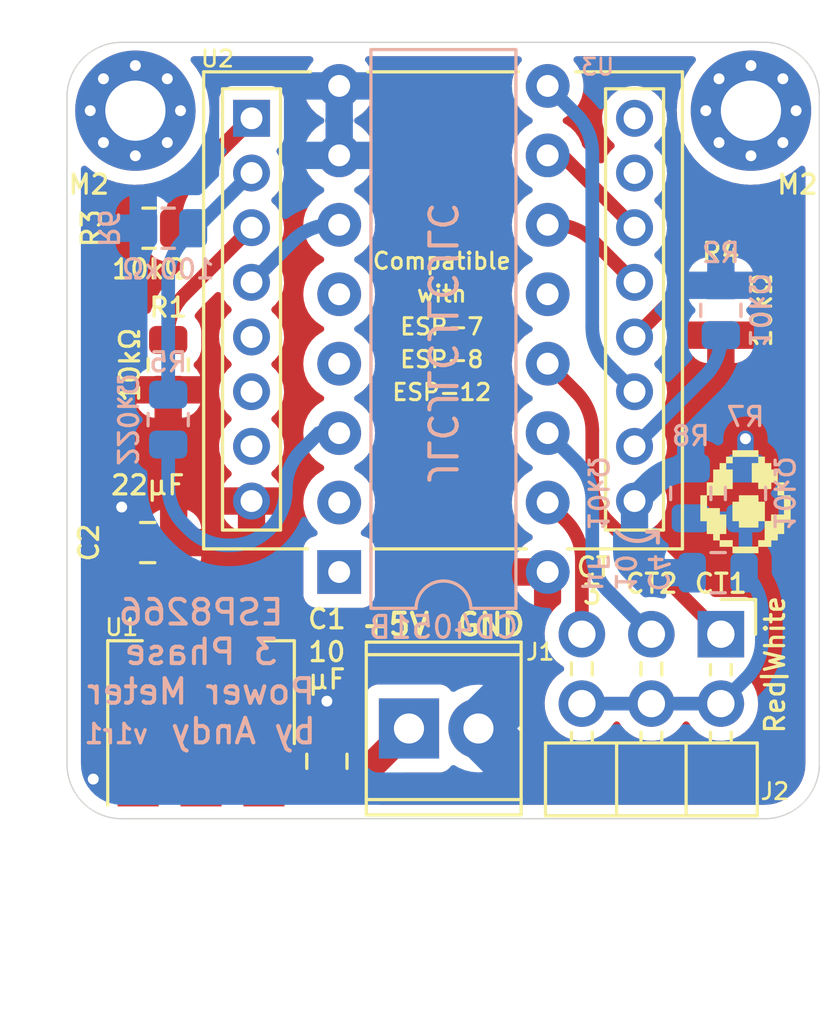
<source format=kicad_pcb>
(kicad_pcb (version 20211014) (generator pcbnew)
  (layers (0 "F.Cu" signal) (31 "B.Cu" signal) (34 "B.Paste" user) (35 "F.Paste" user) (36 "B.SilkS" user "B.Silkscreen") (37 "F.SilkS" user "F.Silkscreen") (38 "B.Mask" user) (39 "F.Mask" user) (44 "Edge.Cuts" user))
  (net 0 "")
  (net 1 "GND")
  (net 2 "/+5V")
  (net 3 "+3V3")
  (net 4 "/ADCRAW")
  (net 5 "A0")
  (net 6 "PM1")
  (net 7 "PM2")
  (net 8 "PM3")
  (net 9 "Net-(R1-Pad2)")
  (net 10 "Net-(R2-Pad1)")
  (net 11 "Net-(R3-Pad2)")
  (net 12 "Net-(R4-Pad2)")
  (net 16 "GPIO4")
  (net 17 "GPIO5")
  (net 23 "GPIO16")
  (net 25 "Net-(J2-Pad4)")
  (net 27 "GPIO2")
  (footprint "Capacitor_SMD:C_0805_2012Metric" (layer "F.Cu") (at 139.25 86.3 180)
    (fp_text reference "C2" (at 2.15 0 270) (layer "F.SilkS") (effects (font (size 0.7 0.7) (thickness 0.12))))
    (fp_text value "22µF" (at 0 2.1 180) (layer "F.SilkS") (effects (font (size 0.7 0.7) (thickness 0.12))))
    (fp_line (start -0.261252 -0.735) (end 0.261252 -0.735) (layer "F.SilkS") (width 0.12))
    (fp_line (start -0.261252 0.735) (end 0.261252 0.735) (layer "F.SilkS") (width 0.12))
    (pad "1" smd roundrect (at -0.95 0 180) (size 1 1.45) (layers "F.Cu" "F.Paste" "F.Mask") (net 3 "+3V3"))
    (pad "2" smd roundrect (at 0.95 0 180) (size 1 1.45) (layers "F.Cu" "F.Paste" "F.Mask") (net 1 "GND"))
  )
  (footprint "Resistor_SMD:R_0805_2012Metric" (layer "F.Cu") (at 139.3 74.8)
    (fp_text reference "R3" (at -2.1 0 90) (layer "F.SilkS") (effects (font (size 0.7 0.7) (thickness 0.12))))
    (fp_text value "10kΩ" (at 0 1.5) (layer "F.SilkS") (effects (font (size 0.7 0.7) (thickness 0.12))))
    (fp_line (start -0.227064 -0.735) (end 0.227064 -0.735) (layer "F.SilkS") (width 0.12))
    (fp_line (start -0.227064 0.735) (end 0.227064 0.735) (layer "F.SilkS") (width 0.12))
    (pad "1" smd roundrect (at -0.9125 0) (size 1.025 1.4) (layers "F.Cu" "F.Paste" "F.Mask") (roundrect_rratio 0.243902439) (net 3 "+3V3"))
    (pad "2" smd roundrect (at 0.9125 0) (size 1.025 1.4) (layers "F.Cu" "F.Paste" "F.Mask") (roundrect_rratio 0.243902439) (net 11 "Net-(R3-Pad2)"))
  )
  (footprint "Resistor_SMD:R_0805_2012Metric" (layer "F.Cu") (at 160.2 77.8 90)
    (fp_text reference "R4" (at 2.1 0 180) (layer "F.SilkS") (effects (font (size 0.7 0.7) (thickness 0.12))))
    (fp_text value "10kΩ" (at 0 1.5 90) (layer "F.SilkS") (effects (font (size 0.7 0.7) (thickness 0.12))))
    (fp_line (start -0.227064 -0.735) (end 0.227064 -0.735) (layer "F.SilkS") (width 0.12))
    (fp_line (start -0.227064 0.735) (end 0.227064 0.735) (layer "F.SilkS") (width 0.12))
    (pad "1" smd roundrect (at -0.9125 0 90) (size 1.025 1.4) (layers "F.Cu" "F.Paste" "F.Mask") (roundrect_rratio 0.243902439) (net 3 "+3V3"))
    (pad "2" smd roundrect (at 0.9125 0 90) (size 1.025 1.4) (layers "F.Cu" "F.Paste" "F.Mask") (roundrect_rratio 0.243902439) (net 12 "Net-(R4-Pad2)"))
  )
  (footprint "Resistor_SMD:R_0805_2012Metric" (layer "F.Cu") (at 140 79.8 90)
    (fp_text reference "R1" (at 2.1 0 180) (layer "F.SilkS") (effects (font (size 0.7 0.7) (thickness 0.12))))
    (fp_text value "10kΩ" (at 0 -1.4 90) (layer "F.SilkS") (effects (font (size 0.7 0.7) (thickness 0.12))))
    (fp_line (start -0.227064 0.735) (end 0.227064 0.735) (layer "F.SilkS") (width 0.12))
    (fp_line (start -0.227064 -0.735) (end 0.227064 -0.735) (layer "F.SilkS") (width 0.12))
    (pad "1" smd roundrect (at -0.9125 0 90) (size 1.025 1.4) (layers "F.Cu" "F.Paste" "F.Mask") (roundrect_rratio 0.243902439) (net 3 "+3V3"))
    (pad "2" smd roundrect (at 0.9125 0 90) (size 1.025 1.4) (layers "F.Cu" "F.Paste" "F.Mask") (roundrect_rratio 0.243902439) (net 9 "Net-(R1-Pad2)"))
  )
  (footprint "Package_TO_SOT_SMD:SOT-223-3_TabPin2" (layer "F.Cu") (at 141.2 91.8 90)
    (fp_text reference "U1" (at 2.4 -2.9 180) (layer "F.SilkS") (effects (font (size 0.6 0.6) (thickness 0.1))))
    (fp_text value "AMS1117-3.3")
    (fp_line (start -1.85 3.41) (end 1.91 3.41) (layer "F.SilkS") (width 0.12))
    (fp_line (start 1.91 3.41) (end 1.91 2.15) (layer "F.SilkS") (width 0.12))
    (fp_line (start 1.91 -3.41) (end 1.91 -2.15) (layer "F.SilkS") (width 0.12))
    (fp_line (start -4.1 -3.41) (end 1.91 -3.41) (layer "F.SilkS") (width 0.12))
    (pad "1" smd rect locked (at -3.15 -2.3 90) (size 2 1.5) (layers "F.Cu" "F.Paste" "F.Mask") (net 1 "GND"))
    (pad "2" smd rect locked (at 3.15 0 90) (size 2 3.8) (layers "F.Cu" "F.Paste" "F.Mask") (net 3 "+3V3") (thermal_gap 0.4))
    (pad "2" smd rect locked (at -3.15 0 90) (size 2 1.5) (layers "F.Cu" "F.Paste" "F.Mask") (net 3 "+3V3") (thermal_gap 0.4))
    (pad "3" smd rect locked (at -3.15 2.3 90) (size 2 1.5) (layers "F.Cu" "F.Paste" "F.Mask") (net 2 "/+5V") (thermal_gap 0.5))
  )
  (footprint "Andys-Footprints:TerminalBlock_Phoenix_MPT-0,5-2-2.54_1x02_P2.54mm_Horizontal-removed-extra-holes" (layer "F.Cu") (at 148.8 93.1)
    (fp_text reference "J1" (at 4.8 -2.8) (layer "F.SilkS") (effects (font (size 0.6 0.6) (thickness 0.1))))
    (fp_text value "Screw_Terminal_01x02")
    (fp_line (start -1.56 -2.7) (end 4.1 -2.7) (layer "F.SilkS") (width 0.12))
    (fp_line (start -1.56 2.6) (end 4.1 2.6) (layer "F.SilkS") (width 0.12))
    (fp_line (start -1.56 -3.16) (end 4.1 -3.16) (layer "F.SilkS") (width 0.12))
    (fp_line (start -1.56 -3.16) (end -1.56 3.16) (layer "F.SilkS") (width 0.12))
    (fp_line (start 4.1 -3.16) (end 4.1 3.16) (layer "F.SilkS") (width 0.12))
    (fp_line (start -1.56 3.16) (end 4.1 3.16) (layer "F.SilkS") (width 0.12))
    (pad "1" thru_hole rect locked (at 0 0) (size 2.2 2.2) (drill 1.1) (layers *.Cu *.Mask) (net 2 "/+5V") (thermal_gap 0.5))
    (pad "2" thru_hole circle locked (at 2.54 0) (size 2.2 2.2) (drill 1.1) (layers *.Cu *.Mask) (net 1 "GND") (thermal_gap 0.5))
  )
  (footprint "Capacitor_SMD:C_0805_2012Metric" (layer "F.Cu") (at 145.8 94.3 90)
    (fp_text reference "C1" (at 5.2 0 180) (layer "F.SilkS") (effects (font (size 0.7 0.7) (thickness 0.12))))
    (fp_text value "10" (at 4 0 180) (layer "F.SilkS") (effects (font (size 0.7 0.7) (thickness 0.12))))
    (fp_text user "µF" (at 3 0 unlocked) (layer "F.SilkS") (effects (font (size 0.7 0.7) (thickness 0.12))))
    (fp_line (start -0.261252 -0.735) (end 0.261252 -0.735) (layer "F.SilkS") (width 0.12))
    (fp_line (start -0.261252 0.735) (end 0.261252 0.735) (layer "F.SilkS") (width 0.12))
    (pad "1" smd roundrect (at -0.95 0 90) (size 1 1.45) (layers "F.Cu" "F.Paste" "F.Mask") (net 2 "/+5V"))
    (pad "2" smd roundrect (at 0.95 0 90) (size 1 1.45) (layers "F.Cu" "F.Paste" "F.Mask") (net 1 "GND"))
  )
  (footprint "Andys-Footprints:ESP-12-Socket-Cutout" (layer "F.Cu") (at 141.295 86.53)
    (fp_text reference "U2" (at 0.505 -17.93) (layer "F.SilkS") (effects (font (size 0.6 0.6) (thickness 0.1))))
    (fp_text value "ESP-07")
    (fp_line (start 11.5 -17.45) (end 6 -17.45) (layer "F.SilkS") (width 0.12))
    (fp_line (start 14.69 -16.8295) (end 14.69 -0.69) (layer "F.SilkS") (width 0.12))
    (fp_line (start 2.81 -16.8295) (end 2.81 -0.69) (layer "F.SilkS") (width 0.12))
    (fp_line (start 3.9 -17.45) (end 0 -17.45) (layer "F.SilkS") (width 0.12))
    (fp_line (start 14.69 -0.69) (end 16.81 -0.69) (layer "F.SilkS") (width 0.12))
    (fp_line (start 14.69 -16.8295) (end 16.81 -16.8295) (layer "F.SilkS") (width 0.12))
    (fp_line (start 17.5 0) (end 17.5 -17.45) (layer "F.SilkS") (width 0.12))
    (fp_line (start 0.69 -0.69) (end 2.81 -0.69) (layer "F.SilkS") (width 0.12))
    (fp_line (start 17.5 0) (end 13.3 0) (layer "F.SilkS") (width 0.12))
    (fp_line (start 17.5 -17.45) (end 13.6 -17.45) (layer "F.SilkS") (width 0.12))
    (fp_line (start 3.8 0) (end 0 0) (layer "F.SilkS") (width 0.12))
    (fp_line (start 0 0) (end 0 -17.45) (layer "F.SilkS") (width 0.12))
    (fp_line (start 11.8 0) (end 6.1 0) (layer "F.SilkS") (width 0.12))
    (fp_line (start 16.81 -16.8295) (end 16.81 -0.69) (layer "F.SilkS") (width 0.12))
    (fp_line (start 0.69 -16.8295) (end 2.81 -16.8295) (layer "F.SilkS") (width 0.12))
    (fp_line (start 0.69 -16.8295) (end 0.69 -0.69) (layer "F.SilkS") (width 0.12))
    (pad "1" thru_hole rect (at 1.75 -15.75) (size 1.35 1.35) (drill 0.8) (layers *.Cu *.Mask) (net 11 "Net-(R3-Pad2)"))
    (pad "2" thru_hole oval (at 1.75 -13.75) (size 1.35 1.35) (drill 0.8) (layers *.Cu *.Mask) (net 5 "A0"))
    (pad "3" thru_hole oval (at 1.75 -11.75) (size 1.35 1.35) (drill 0.8) (layers *.Cu *.Mask) (net 9 "Net-(R1-Pad2)"))
    (pad "4" thru_hole oval (at 1.75 -9.75) (size 1.35 1.35) (drill 0.8) (layers *.Cu *.Mask) (net 23 "GPIO16"))
    (pad "5" thru_hole oval (at 1.75 -7.75) (size 1.35 1.35) (drill 0.8) (layers *.Cu *.Mask))
    (pad "6" thru_hole oval (at 1.75 -5.75) (size 1.35 1.35) (drill 0.8) (layers *.Cu *.Mask))
    (pad "7" thru_hole oval (at 1.75 -3.75) (size 1.35 1.35) (drill 0.8) (layers *.Cu *.Mask))
    (pad "8" thru_hole oval (at 1.75 -1.75) (size 1.35 1.35) (drill 0.8) (layers *.Cu *.Mask) (net 3 "+3V3"))
    (pad "15" thru_hole oval (at 15.75 -1.75) (size 1.35 1.35) (drill 0.8) (layers *.Cu *.Mask) (net 1 "GND"))
    (pad "16" thru_hole oval (at 15.75 -3.75) (size 1.35 1.35) (drill 0.8) (layers *.Cu *.Mask) (net 10 "Net-(R2-Pad1)"))
    (pad "17" thru_hole oval (at 15.75 -5.75) (size 1.35 1.35) (drill 0.8) (layers *.Cu *.Mask) (net 27 "GPIO2"))
    (pad "18" thru_hole oval (at 15.75 -7.75) (size 1.35 1.35) (drill 0.8) (layers *.Cu *.Mask) (net 12 "Net-(R4-Pad2)"))
    (pad "19" thru_hole oval (at 15.75 -9.75) (size 1.35 1.35) (drill 0.8) (layers *.Cu *.Mask) (net 16 "GPIO4"))
    (pad "20" thru_hole oval (at 15.75 -11.75) (size 1.35 1.35) (drill 0.8) (layers *.Cu *.Mask) (net 17 "GPIO5"))
    (pad "21" thru_hole oval (at 15.75 -13.75) (size 1.35 1.35) (drill 0.8) (layers *.Cu *.Mask))
    (pad "22" thru_hole circle (at 15.75 -15.75) (size 1.35 1.35) (drill 0.8) (layers *.Cu *.Mask))
  )
  (footprint "Andys-Footprints:Yoshi-Egg-Small" (layer "F.Cu") (at 161.1 84.8)
    (fp_text reference "G***" hide)
    (fp_text value "LOGO" hide)
    (fp_poly (pts (xy -0.4699 -1.40335) (xy -0.70485 -1.40335) (xy -0.70485 -1.6383) (xy -0.4699 -1.6383) (xy -0.4699 -1.40335)) (layer "F.SilkS") (width 0.01) (fill solid))
    (fp_poly (pts (xy -0.70485 -1.1684) (xy -0.4699 -1.1684) (xy -0.4699 -0.46355) (xy -0.70485 -0.46355) (xy -0.70485 -0.2286) (xy -1.4097 -0.2286) (xy -1.4097 -0.6985) (xy -1.17475 -0.6985) (xy -1.17475 -1.1684) (xy -0.9398 -1.1684) (xy -0.9398 -1.40335) (xy -0.70485 -1.40335) (xy -0.70485 -1.1684)) (layer "F.SilkS") (width 0.01) (fill solid))
    (fp_poly (pts (xy -0.4699 1.651) (xy -0.9398 1.651) (xy -0.9398 1.41605) (xy -0.4699 1.41605) (xy -0.4699 1.651)) (layer "F.SilkS") (width 0.01) (fill solid))
    (fp_poly (pts (xy 0.4699 1.88595) (xy -0.4699 1.88595) (xy -0.4699 1.651) (xy 0.4699 1.651) (xy 0.4699 1.88595)) (layer "F.SilkS") (width 0.01) (fill solid))
    (fp_poly (pts (xy 0.4699 0.00635) (xy 0.70485 0.00635) (xy 0.70485 0.7112) (xy 0.4699 0.7112) (xy 0.4699 0.94615) (xy -0.23495 0.94615) (xy -0.23495 0.7112) (xy -0.4699 0.7112) (xy -0.4699 0.00635) (xy -0.23495 0.00635) (xy -0.23495 -0.2286) (xy 0.4699 -0.2286) (xy 0.4699 0.00635)) (layer "F.SilkS") (width 0.01) (fill solid))
    (fp_poly (pts (xy -1.4097 0.2413) (xy -0.9398 0.2413) (xy -0.9398 0.47625) (xy -0.70485 0.47625) (xy -0.70485 1.1811) (xy -0.9398 1.1811) (xy -0.9398 1.41605) (xy -1.17475 1.41605) (xy -1.17475 1.1811) (xy -1.4097 1.1811) (xy -1.4097 0.7112) (xy -1.64465 0.7112) (xy -1.64465 -0.2286) (xy -1.4097 -0.2286) (xy -1.4097 0.2413)) (layer "F.SilkS") (width 0.01) (fill solid))
    (fp_poly (pts (xy 1.64465 0.7112) (xy 1.4097 0.7112) (xy 1.4097 1.1811) (xy 1.17475 1.1811) (xy 1.17475 1.41605) (xy 0.9398 1.41605) (xy 0.9398 1.651) (xy 0.4699 1.651) (xy 0.4699 1.41605) (xy 0.70485 1.41605) (xy 0.70485 0.7112) (xy 0.9398 0.7112) (xy 0.9398 0.47625) (xy 1.4097 0.47625) (xy 1.4097 -0.2286) (xy 1.64465 -0.2286) (xy 1.64465 0.7112)) (layer "F.SilkS") (width 0.01) (fill solid))
    (fp_poly (pts (xy 1.4097 -0.2286) (xy 1.17475 -0.2286) (xy 1.17475 -0.6985) (xy 1.4097 -0.6985) (xy 1.4097 -0.2286)) (layer "F.SilkS") (width 0.01) (fill solid))
    (fp_poly (pts (xy 0.4699 -1.6383) (xy -0.4699 -1.6383) (xy -0.4699 -1.87325) (xy 0.4699 -1.87325) (xy 0.4699 -1.6383)) (layer "F.SilkS") (width 0.01) (fill solid))
    (fp_poly (pts (xy 0.70485 -1.40335) (xy 0.9398 -1.40335) (xy 0.9398 -1.1684) (xy 1.17475 -1.1684) (xy 1.17475 -0.6985) (xy 0.9398 -0.6985) (xy 0.9398 -0.46355) (xy 0.4699 -0.46355) (xy 0.4699 -0.6985) (xy 0.23495 -0.6985) (xy 0.23495 -1.40335) (xy 0.4699 -1.40335) (xy 0.4699 -1.6383) (xy 0.70485 -1.6383) (xy 0.70485 -1.40335)) (layer "F.SilkS") (width 0.01) (fill solid))
  )
  (footprint "Connector_PinHeader_2.54mm:PinHeader_2x03_P2.54mm_Horizontal" (layer "F.Cu") (at 160.2 89.65 -90)
    (fp_text reference "J2" (at 5.75 -1.975 180) (layer "F.SilkS") (effects (font (size 0.6 0.6) (thickness 0.1))))
    (fp_text value "Conn_02x03_Odd_Even")
    (fp_text user "CT1" (at -1.85 0 unlocked) (layer "F.SilkS") (effects (font (size 0.7 0.7) (thickness 0.12))))
    (fp_text user "3" (at -1.45 4.7 unlocked) (layer "F.SilkS") (effects (font (size 0.7 0.7) (thickness 0.12))))
    (fp_text user "Red" (at 2.65 -1.975 90 unlocked) (layer "F.SilkS") (effects (font (size 0.7 0.7) (thickness 0.12))))
    (fp_text user "CT2" (at -1.85 2.54 unlocked) (layer "F.SilkS") (effects (font (size 0.7 0.7) (thickness 0.12))))
    (fp_text user "White" (at 0 -1.975 90 unlocked) (layer "F.SilkS") (effects (font (size 0.7 0.7) (thickness 0.12))))
    (fp_text user "CT" (at -2.45 4.645 unlocked) (layer "F.SilkS") (effects (font (size 0.7 0.7) (thickness 0.12))))
    (fp_line (start 3.98 6.41) (end 6.64 6.41) (layer "F.SilkS") (width 0.12))
    (fp_line (start 1.042929 2.16) (end 1.497071 2.16) (layer "F.SilkS") (width 0.12))
    (fp_line (start 3.582929 4.7) (end 3.98 4.7) (layer "F.SilkS") (width 0.12))
    (fp_line (start 3.98 1.27) (end 6.64 1.27) (layer "F.SilkS") (width 0.12))
    (fp_line (start 3.98 3.81) (end 6.64 3.81) (layer "F.SilkS") (width 0.12))
    (fp_line (start 1.042929 2.92) (end 1.497071 2.92) (layer "F.SilkS") (width 0.12))
    (fp_line (start 1.11 0.38) (end 1.497071 0.38) (layer "F.SilkS") (width 0.12))
    (fp_line (start 6.64 -1.33) (end 3.98 -1.33) (layer "F.SilkS") (width 0.12))
    (fp_line (start -1.27 0) (end -1.27 -1.27) (layer "F.SilkS") (width 0.12))
    (fp_line (start -1.27 -1.27) (end 0 -1.27) (layer "F.SilkS") (width 0.12))
    (fp_line (start 3.98 -1.33) (end 3.98 6.41) (layer "F.SilkS") (width 0.12))
    (fp_line (start 1.042929 4.7) (end 1.497071 4.7) (layer "F.SilkS") (width 0.12))
    (fp_line (start 1.042929 5.46) (end 1.497071 5.46) (layer "F.SilkS") (width 0.12))
    (fp_line (start 1.11 -0.38) (end 1.497071 -0.38) (layer "F.SilkS") (width 0.12))
    (fp_line (start 3.582929 0.38) (end 3.98 0.38) (layer "F.SilkS") (width 0.12))
    (fp_line (start 3.582929 5.46) (end 3.98 5.46) (layer "F.SilkS") (width 0.12))
    (fp_line (start 3.582929 2.16) (end 3.98 2.16) (layer "F.SilkS") (width 0.12))
    (fp_line (start 3.582929 2.92) (end 3.98 2.92) (layer "F.SilkS") (width 0.12))
    (fp_line (start 3.582929 -0.38) (end 3.98 -0.38) (layer "F.SilkS") (width 0.12))
    (fp_line (start 6.64 6.41) (end 6.64 -1.33) (layer "F.SilkS") (width 0.12))
    (pad "1" thru_hole rect (at 0 0 270) (size 1.7 1.7) (drill 1) (layers *.Cu *.Mask) (net 6 "PM1"))
    (pad "2" thru_hole oval (at 2.54 0 270) (size 1.7 1.7) (drill 1) (layers *.Cu *.Mask) (net 25 "Net-(J2-Pad4)"))
    (pad "3" thru_hole oval (at 0 2.54 270) (size 1.7 1.7) (drill 1) (layers *.Cu *.Mask) (net 7 "PM2"))
    (pad "4" thru_hole oval (at 2.54 2.54 270) (size 1.7 1.7) (drill 1) (layers *.Cu *.Mask) (net 25 "Net-(J2-Pad4)"))
    (pad "5" thru_hole oval (at 0 5.08 270) (size 1.7 1.7) (drill 1) (layers *.Cu *.Mask) (net 8 "PM3"))
    (pad "6" thru_hole oval (at 2.54 5.08 270) (size 1.7 1.7) (drill 1) (layers *.Cu *.Mask) (net 25 "Net-(J2-Pad4)"))
  )
  (footprint "MountingHole:MountingHole_2.2mm_M2_Pad_Via" (layer "F.Cu") (at 161.3 70.5)
    (fp_text reference "H2")
    (fp_text value "M2" (at 1.7 2.7) (layer "F.SilkS") (effects (font (size 0.7 0.7) (thickness 0.12))))
    (pad "1" thru_hole circle (at 1.166726 1.166726) (size 0.7 0.7) (drill 0.4) (layers *.Cu *.Mask))
    (pad "1" thru_hole circle (at 1.65 0) (size 0.7 0.7) (drill 0.4) (layers *.Cu *.Mask))
    (pad "1" thru_hole circle (at 1.166726 -1.166726) (size 0.7 0.7) (drill 0.4) (layers *.Cu *.Mask))
    (pad "1" thru_hole circle (at 0 1.65) (size 0.7 0.7) (drill 0.4) (layers *.Cu *.Mask))
    (pad "1" thru_hole circle (at -1.166726 1.166726) (size 0.7 0.7) (drill 0.4) (layers *.Cu *.Mask))
    (pad "1" thru_hole circle (at 0 -1.65) (size 0.7 0.7) (drill 0.4) (layers *.Cu *.Mask))
    (pad "1" thru_hole circle (at -1.65 0) (size 0.7 0.7) (drill 0.4) (layers *.Cu *.Mask))
    (pad "1" thru_hole circle (at 0 0) (size 4.4 4.4) (drill 2.2) (layers *.Cu *.Mask))
    (pad "1" thru_hole circle (at -1.166726 -1.166726) (size 0.7 0.7) (drill 0.4) (layers *.Cu *.Mask))
  )
  (footprint "MountingHole:MountingHole_2.2mm_M2_Pad_Via" (layer "F.Cu") (at 138.8 70.5)
    (fp_text reference "H1")
    (fp_text value "M2" (at -1.7 2.7) (layer "F.SilkS") (effects (font (size 0.7 0.7) (thickness 0.12))))
    (pad "1" thru_hole circle locked (at 1.166726 1.166726) (size 0.7 0.7) (drill 0.4) (layers *.Cu *.Mask))
    (pad "1" thru_hole circle locked (at 1.65 0) (size 0.7 0.7) (drill 0.4) (layers *.Cu *.Mask))
    (pad "1" thru_hole circle locked (at -1.166726 1.166726) (size 0.7 0.7) (drill 0.4) (layers *.Cu *.Mask))
    (pad "1" thru_hole circle locked (at 1.166726 -1.166726) (size 0.7 0.7) (drill 0.4) (layers *.Cu *.Mask))
    (pad "1" thru_hole circle locked (at -1.65 0) (size 0.7 0.7) (drill 0.4) (layers *.Cu *.Mask))
    (pad "1" thru_hole circle locked (at 0 1.65) (size 0.7 0.7) (drill 0.4) (layers *.Cu *.Mask))
    (pad "1" thru_hole circle locked (at -1.166726 -1.166726) (size 0.7 0.7) (drill 0.4) (layers *.Cu *.Mask))
    (pad "1" thru_hole circle locked (at 0 -1.65) (size 0.7 0.7) (drill 0.4) (layers *.Cu *.Mask))
    (pad "1" thru_hole circle locked (at 0 0) (size 4.4 4.4) (drill 2.2) (layers *.Cu *.Mask))
  )
  (footprint "Resistor_SMD:R_0805_2012Metric" (layer "B.Cu") (at 160.2 77.8 90)
    (fp_text reference "R2" (at 2.1 0) (layer "B.SilkS") (effects (font (size 0.7 0.7) (thickness 0.12)) (justify mirror)))
    (fp_text value "10kΩ" (at 0 1.4 270 unlocked) (layer "B.SilkS") (effects (font (size 0.7 0.7) (thickness 0.12)) (justify mirror)))
    (fp_line (start -0.227064 0.735) (end 0.227064 0.735) (layer "B.SilkS") (width 0.12))
    (fp_line (start -0.227064 -0.735) (end 0.227064 -0.735) (layer "B.SilkS") (width 0.12))
    (pad "1" smd roundrect (at -0.9125 0 90) (size 1.025 1.4) (layers "B.Cu" "B.Paste" "B.Mask") (roundrect_rratio 0.243902439) (net 10 "Net-(R2-Pad1)"))
    (pad "2" smd roundrect (at 0.9125 0 90) (size 1.025 1.4) (layers "B.Cu" "B.Paste" "B.Mask") (roundrect_rratio 0.243902439) (net 1 "GND"))
  )
  (footprint "Resistor_SMD:R_0805_2012Metric" (layer "B.Cu") (at 140 81.8 90)
    (fp_text reference "R5" (at 2.1 0) (layer "B.SilkS") (effects (font (size 0.7 0.7) (thickness 0.12)) (justify mirror)))
    (fp_text value "220kΩ" (at 0 -1.5 270 unlocked) (layer "B.SilkS") (effects (font (size 0.7 0.7) (thickness 0.12)) (justify mirror)))
    (fp_line (start -0.227064 0.735) (end 0.227064 0.735) (layer "B.SilkS") (width 0.12))
    (fp_line (start -0.227064 -0.735) (end 0.227064 -0.735) (layer "B.SilkS") (width 0.12))
    (pad "1" smd roundrect (at -0.9125 0 90) (size 1.025 1.4) (layers "B.Cu" "B.Paste" "B.Mask") (roundrect_rratio 0.243902439) (net 4 "/ADCRAW"))
    (pad "2" smd roundrect (at 0.9125 0 90) (size 1.025 1.4) (layers "B.Cu" "B.Paste" "B.Mask") (roundrect_rratio 0.243902439) (net 5 "A0"))
  )
  (footprint "Resistor_SMD:R_0805_2012Metric" (layer "B.Cu") (at 140 74.8 180)
    (fp_text reference "R6" (at 2.2 0 270 unlocked) (layer "B.SilkS") (effects (font (size 0.7 0.7) (thickness 0.12)) (justify mirror)))
    (fp_text value "100kΩ" (at 0 -1.5) (layer "B.SilkS") (effects (font (size 0.7 0.7) (thickness 0.12)) (justify mirror)))
    (fp_line (start -0.227064 0.735) (end 0.227064 0.735) (layer "B.SilkS") (width 0.12))
    (fp_line (start -0.227064 -0.735) (end 0.227064 -0.735) (layer "B.SilkS") (width 0.12))
    (pad "1" smd roundrect (at -0.9125 0 180) (size 1.025 1.4) (layers "B.Cu" "B.Paste" "B.Mask") (roundrect_rratio 0.243902439) (net 5 "A0"))
    (pad "2" smd roundrect (at 0.9125 0 180) (size 1.025 1.4) (layers "B.Cu" "B.Paste" "B.Mask") (roundrect_rratio 0.243902439) (net 1 "GND"))
  )
  (footprint "Resistor_SMD:R_0805_2012Metric" (layer "B.Cu") (at 159.1 84.5 90)
    (fp_text reference "R8" (at 2.1 0) (layer "B.SilkS") (effects (font (size 0.7 0.7) (thickness 0.12)) (justify mirror)))
    (fp_text value "10kΩ" (at 0 -3.4 270 unlocked) (layer "B.SilkS") (effects (font (size 0.7 0.7) (thickness 0.12)) (justify mirror)))
    (fp_line (start -0.227064 0.735) (end 0.227064 0.735) (layer "B.SilkS") (width 0.12))
    (fp_line (start -0.227064 -0.735) (end 0.227064 -0.735) (layer "B.SilkS") (width 0.12))
    (pad "1" smd roundrect (at -0.9125 0 90) (size 1.025 1.4) (layers "B.Cu" "B.Paste" "B.Mask") (roundrect_rratio 0.243902439) (net 25 "Net-(J2-Pad4)"))
    (pad "2" smd roundrect (at 0.9125 0 90) (size 1.025 1.4) (layers "B.Cu" "B.Paste" "B.Mask") (roundrect_rratio 0.243902439) (net 1 "GND"))
  )
  (footprint "Resistor_SMD:R_0805_2012Metric" (layer "B.Cu") (at 161.1 84.5 -90)
    (fp_text reference "R7" (at -2.8 0 180) (layer "B.SilkS") (effects (font (size 0.7 0.7) (thickness 0.12)) (justify mirror)))
    (fp_text value "10kΩ" (at 0 -1.4 -90 unlocked) (layer "B.SilkS") (effects (font (size 0.7 0.7) (thickness 0.12)) (justify mirror)))
    (fp_line (start -0.227064 -0.735) (end 0.227064 -0.735) (layer "B.SilkS") (width 0.12))
    (fp_line (start -0.227064 0.735) (end 0.227064 0.735) (layer "B.SilkS") (width 0.12))
    (pad "1" smd roundrect (at -0.9125 0 270) (size 1.025 1.4) (layers "B.Cu" "B.Paste" "B.Mask") (roundrect_rratio 0.243902439) (net 3 "+3V3"))
    (pad "2" smd roundrect (at 0.9125 0 270) (size 1.025 1.4) (layers "B.Cu" "B.Paste" "B.Mask") (roundrect_rratio 0.243902439) (net 25 "Net-(J2-Pad4)"))
  )
  (footprint "Package_DIP:DIP-16_W7.62mm" (layer "B.Cu") (at 146.25 87.375)
    (fp_text reference "U3" (at 9.45 -18.475) (layer "B.SilkS") (effects (font (size 0.6 0.6) (thickness 0.1)) (justify mirror)))
    (fp_text value "CD4051B" (at 3.81 2.025) (layer "B.SilkS") (effects (font (size 0.8 0.8) (thickness 0.12)) (justify mirror)))
    (fp_line (start 6.46 1.33) (end 4.81 1.33) (layer "B.SilkS") (width 0.12))
    (fp_line (start 6.46 -19.11) (end 6.46 1.33) (layer "B.SilkS") (width 0.12))
    (fp_line (start 1.16 1.33) (end 1.16 -19.11) (layer "B.SilkS") (width 0.12))
    (fp_line (start 1.16 -19.11) (end 6.46 -19.11) (layer "B.SilkS") (width 0.12))
    (fp_line (start 2.81 1.33) (end 1.16 1.33) (layer "B.SilkS") (width 0.12))
    (fp_arc (start 2.81 1.33) (mid 3.81 0.33) (end 4.81 1.33) (layer "B.SilkS") (width 0.12))
    (pad "1" thru_hole rect (at 0 0) (size 1.6 1.6) (drill 0.8) (layers *.Cu *.Mask))
    (pad "2" thru_hole oval (at 0 -2.54) (size 1.6 1.6) (drill 0.8) (layers *.Cu *.Mask))
    (pad "3" thru_hole oval (at 0 -5.08) (size 1.6 1.6) (drill 0.8) (layers *.Cu *.Mask) (net 4 "/ADCRAW"))
    (pad "4" thru_hole oval (at 0 -7.62) (size 1.6 1.6) (drill 0.8) (layers *.Cu *.Mask))
    (pad "5" thru_hole oval (at 0 -10.16) (size 1.6 1.6) (drill 0.8) (layers *.Cu *.Mask))
    (pad "6" thru_hole oval (at 0 -12.7) (size 1.6 1.6) (drill 0.8) (layers *.Cu *.Mask) (net 23 "GPIO16"))
    (pad "7" thru_hole oval (at 0 -15.24) (size 1.6 1.6) (drill 0.8) (layers *.Cu *.Mask) (net 1 "GND"))
    (pad "8" thru_hole oval (at 0 -17.78) (size 1.6 1.6) (drill 0.8) (layers *.Cu *.Mask) (net 1 "GND"))
    (pad "9" thru_hole oval (at 7.62 -17.78) (size 1.6 1.6) (drill 0.8) (layers *.Cu *.Mask) (net 27 "GPIO2"))
    (pad "10" thru_hole oval (at 7.62 -15.24) (size 1.6 1.6) (drill 0.8) (layers *.Cu *.Mask) (net 17 "GPIO5"))
    (pad "11" thru_hole oval (at 7.62 -12.7) (size 1.6 1.6) (drill 0.8) (layers *.Cu *.Mask) (net 16 "GPIO4"))
    (pad "12" thru_hole oval (at 7.62 -10.16) (size 1.6 1.6) (drill 0.8) (layers *.Cu *.Mask))
    (pad "13" thru_hole oval (at 7.62 -7.62) (size 1.6 1.6) (drill 0.8) (layers *.Cu *.Mask) (net 6 "PM1"))
    (pad "14" thru_hole oval (at 7.62 -5.08) (size 1.6 1.6) (drill 0.8) (layers *.Cu *.Mask) (net 7 "PM2"))
    (pad "15" thru_hole oval (at 7.62 -2.54) (size 1.6 1.6) (drill 0.8) (layers *.Cu *.Mask) (net 8 "PM3"))
    (pad "16" thru_hole oval (at 7.62 0) (size 1.6 1.6) (drill 0.8) (layers *.Cu *.Mask) (net 3 "+3V3"))
  )
  (footprint "Capacitor_SMD:C_0805_2012Metric" (layer "B.Cu") (at 160.1 87.4)
    (fp_text reference "C4" (at -2.2 0 270 unlocked) (layer "B.SilkS") (effects (font (size 0.7 0.7) (thickness 0.12)) (justify mirror)))
    (fp_text value "10" (at -3.4 0 270 unlocked) (layer "B.SilkS") (effects (font (size 0.7 0.7) (thickness 0.12)) (justify mirror)))
    (fp_text user "µF" (at -4.4 0 270 unlocked) (layer "B.SilkS") (effects (font (size 0.7 0.7) (thickness 0.12)) (justify mirror)))
    (fp_line (start -0.261252 0.735) (end 0.261252 0.735) (layer "B.SilkS") (width 0.12))
    (fp_line (start -0.261252 -0.735) (end 0.261252 -0.735) (layer "B.SilkS") (width 0.12))
    (pad "1" smd roundrect (at -0.95 0) (size 1 1.45) (layers "B.Cu" "B.Paste" "B.Mask") (net 1 "GND"))
    (pad "2" smd roundrect (at 0.95 0) (size 1 1.45) (layers "B.Cu" "B.Paste" "B.Mask") (net 25 "Net-(J2-Pad4)"))
  )
  (gr_line (start 157.9 85.9) (end 157.9 86.3) (layer "B.SilkS") (width 0.15))
  (gr_arc (start 157.9 85.9) (mid 157.15 86.239032) (end 156.4 85.9) (layer "B.SilkS") (width 0.15))
  (gr_line (start 157.9 85.9) (end 157.5 85.9) (layer "B.SilkS") (width 0.15))
  (gr_line (start 161.675 91.2) (end 162.625 91.2) (layer "F.SilkS") (width 0.12))
  (gr_line (start 136.3 94.4) (end 136.3 70) (layer "Edge.Cuts") (width 0.05))
  (gr_line (start 138.3 68) (end 161.8 68) (layer "Edge.Cuts") (width 0.05))
  (gr_arc (start 163.8 94.4) (mid 163.214214 95.814214) (end 161.8 96.4) (layer "Edge.Cuts") (width 0.05))
  (gr_arc (start 161.8 68) (mid 163.214214 68.585786) (end 163.8 70) (layer "Edge.Cuts") (width 0.05))
  (gr_arc (start 136.3 70) (mid 136.885786 68.585786) (end 138.3 68) (layer "Edge.Cuts") (width 0.05))
  (gr_arc (start 138.3 96.4) (mid 136.885786 95.814214) (end 136.3 94.4) (layer "Edge.Cuts") (width 0.05))
  (gr_line (start 161.8 96.4) (end 138.3 96.4) (layer "Edge.Cuts") (width 0.05))
  (gr_line (start 163.8 70) (end 163.8 94.4) (layer "Edge.Cuts") (width 0.05))
  (gr_text "JLCJLCJLCJLC" (at 150 79 -90) (layer "B.SilkS") (effects (font (size 1 1)) (justify mirror)))
  (gr_text "by Andy" (at 142.75 93.2) (layer "B.SilkS") (effects (font (size 0.9 0.9)) (justify mirror)))
  (gr_text "v1r1" (at 138.1 93.3) (layer "B.SilkS") (effects (font (size 0.7 0.7) (thickness 0.13)) (justify mirror)))
  (gr_text "ESP8266\n3 Phase\nPower Meter" (at 141.2 90.3) (layer "B.SilkS") (effects (font (size 0.9 0.9)) (justify mirror)))
  (gr_text "GND" (at 151.8 89.3) (layer "F.SilkS") (effects (font (size 0.8 0.8))))
  (gr_text "+5V" (at 148.3 89.3) (layer "F.SilkS") (effects (font (size 0.8 0.8))))
  (gr_text "ESP-8" (at 150 79.6) (layer "F.SilkS") (effects (font (size 0.6 0.6) (thickness 0.11))))
  (gr_text "with" (at 150 77.2) (layer "F.SilkS") (effects (font (size 0.6 0.6) (thickness 0.11))))
  (gr_text "ESP-7" (at 150 78.4) (layer "F.SilkS") (effects (font (size 0.6 0.6) (thickness 0.11))))
  (gr_text "ESP-12" (at 150 80.8) (layer "F.SilkS") (effects (font (size 0.6 0.6) (thickness 0.11))))
  (gr_text "Compatible" (at 150 76) (layer "F.SilkS") (effects (font (size 0.6 0.6) (thickness 0.11))))
  (segment (start 138.9 94.95) (end 137.26 94.95) (width 0.6) (layer "F.Cu") (net 1))
  (segment (start 138.3 85) (end 138.3 86.3) (width 0.6) (layer "F.Cu") (net 1))
  (segment (start 145.8 92.1) (end 145.8 93.2625) (width 0.6) (layer "F.Cu") (net 1))
  (via (at 145.8 92.1) (size 0.6) (drill 0.4) (layers "F.Cu" "B.Cu") (net 1))
  (via (at 137.26 94.95) (size 0.6) (drill 0.4) (layers "F.Cu" "B.Cu") (net 1))
  (via (at 138.3 85) (size 0.6) (drill 0.4) (layers "F.Cu" "B.Cu") (net 1))
  (segment (start 157.651713 84.173287) (end 157.045 84.78) (width 1) (layer "B.Cu") (net 1))
  (segment (start 159.1 83.5875) (end 159.065927 83.5875) (width 1) (layer "B.Cu") (net 1))
  (arc (start 157.651713 84.173287) (mid 158.30056 83.739741) (end 159.065927 83.5875) (width 1) (layer "B.Cu") (net 1))
  (segment (start 143.8875 95.3375) (end 143.5 94.95) (width 1) (layer "F.Cu") (net 2))
  (segment (start 146.5625 95.3375) (end 145.8 95.3375) (width 1) (layer "F.Cu") (net 2))
  (segment (start 145.8 95.3375) (end 143.8875 95.3375) (width 1) (layer "F.Cu") (net 2))
  (segment (start 148.8 93.1) (end 146.5625 95.3375) (width 1) (layer "F.Cu") (net 2))
  (via (at 161.1 82.5) (size 0.6) (drill 0.4) (layers "F.Cu" "B.Cu") (net 3))
  (segment (start 161.1 83.5875) (end 161.1 82.5) (width 0.6) (layer "B.Cu") (net 3))
  (segment (start 140 84.221573) (end 140 82.8) (width 0.5) (layer "B.Cu") (net 4))
  (segment (start 143.714213 85.785787) (end 143.685786 85.814214) (width 0.5) (layer "B.Cu") (net 4))
  (segment (start 140.764213 85.814213) (end 140.585786 85.635786) (width 0.5) (layer "B.Cu") (net 4))
  (segment (start 142.271573 86.4) (end 142.178427 86.4) (width 0.5) (layer "B.Cu") (net 4))
  (segment (start 144.3 84.328427) (end 144.3 84.371573) (width 0.5) (layer "B.Cu") (net 4))
  (segment (start 146.25 82.295) (end 145.505 82.295) (width 0.5) (layer "B.Cu") (net 4))
  (segment (start 145.505 82.295) (end 144.885786 82.914214) (width 0.5) (layer "B.Cu") (net 4))
  (arc (start 142.178427 86.4) (mid 141.41306 86.247759) (end 140.764213 85.814213) (width 0.5) (layer "B.Cu") (net 4))
  (arc (start 144.3 84.371573) (mid 144.147759 85.13694) (end 143.714213 85.785787) (width 0.5) (layer "B.Cu") (net 4))
  (arc (start 140 84.221573) (mid 140.152241 84.98694) (end 140.585786 85.635786) (width 0.5) (layer "B.Cu") (net 4))
  (arc (start 144.885786 82.914214) (mid 144.452241 83.56306) (end 144.3 84.328427) (width 0.5) (layer "B.Cu") (net 4))
  (arc (start 143.685786 85.814214) (mid 143.03694 86.247759) (end 142.271573 86.4) (width 0.5) (layer "B.Cu") (net 4))
  (segment (start 141 74.8) (end 141.025 74.8) (width 0.5) (layer "B.Cu") (net 5))
  (segment (start 140 76.628427) (end 140 80.8) (width 0.5) (layer "B.Cu") (net 5))
  (segment (start 141.025 74.8) (end 143.045 72.78) (width 0.5) (layer "B.Cu") (net 5))
  (segment (start 141 74.8) (end 140.585786 75.214214) (width 0.5) (layer "B.Cu") (net 5))
  (arc (start 140 76.628427) (mid 140.152241 75.86306) (end 140.585786 75.214214) (width 0.5) (layer "B.Cu") (net 5))
  (segment (start 160.2 89.65) (end 156.085786 85.535786) (width 0.5) (layer "F.Cu") (net 6))
  (segment (start 154.914213 80.799213) (end 153.87 79.755) (width 0.5) (layer "F.Cu") (net 6))
  (segment (start 155.5 84.121573) (end 155.5 82.213427) (width 0.5) (layer "F.Cu") (net 6))
  (arc (start 155.5 82.213427) (mid 155.347759 81.44806) (end 154.914213 80.799213) (width 0.5) (layer "F.Cu") (net 6))
  (arc (start 156.085786 85.535786) (mid 155.652241 84.88694) (end 155.5 84.121573) (width 0.5) (layer "F.Cu") (net 6))
  (segment (start 155.5 84.753427) (end 155.5 86.661573) (width 0.5) (layer "B.Cu") (net 7))
  (segment (start 153.87 82.295) (end 154.914214 83.339214) (width 0.5) (layer "B.Cu") (net 7))
  (segment (start 156.085787 88.075787) (end 157.66 89.65) (width 0.5) (layer "B.Cu") (net 7))
  (arc (start 155.5 86.661573) (mid 155.652241 87.42694) (end 156.085787 88.075787) (width 0.5) (layer "B.Cu") (net 7))
  (arc (start 154.914214 83.339214) (mid 155.347759 83.98806) (end 155.5 84.753427) (width 0.5) (layer "B.Cu") (net 7))
  (segment (start 155.12 86.913427) (end 155.12 89.65) (width 0.5) (layer "F.Cu") (net 8))
  (segment (start 153.87 84.835) (end 154.534214 85.499214) (width 0.5) (layer "F.Cu") (net 8))
  (arc (start 154.534214 85.499214) (mid 154.967759 86.14806) (end 155.12 86.913427) (width 0.5) (layer "F.Cu") (net 8))
  (segment (start 140 78.653427) (end 140 78.8) (width 0.5) (layer "F.Cu") (net 9))
  (segment (start 143.045 74.78) (end 140.585786 77.239214) (width 0.5) (layer "F.Cu") (net 9))
  (arc (start 140 78.653427) (mid 140.152241 77.88806) (end 140.585786 77.239214) (width 0.5) (layer "F.Cu") (net 9))
  (segment (start 160.2 78.796573) (end 160.2 78.7125) (width 0.5) (layer "B.Cu") (net 10))
  (segment (start 157.045 82.78) (end 159.614214 80.210786) (width 0.5) (layer "B.Cu") (net 10))
  (arc (start 159.614214 80.210786) (mid 160.047759 79.56194) (end 160.2 78.796573) (width 0.5) (layer "B.Cu") (net 10))
  (segment (start 140.2125 74.440927) (end 140.2125 74.8) (width 0.6) (layer "F.Cu") (net 11))
  (segment (start 143.045 70.78) (end 140.798286 73.026714) (width 0.6) (layer "F.Cu") (net 11))
  (arc (start 140.2125 74.440927) (mid 140.364741 73.67556) (end 140.798286 73.026714) (width 0.6) (layer "F.Cu") (net 11))
  (segment (start 158.439213 77.385787) (end 157.045 78.78) (width 0.5) (layer "F.Cu") (net 12))
  (segment (start 160.2 76.8) (end 159.853427 76.8) (width 0.5) (layer "F.Cu") (net 12))
  (arc (start 159.853427 76.8) (mid 159.08806 76.952241) (end 158.439213 77.385787) (width 0.5) (layer "F.Cu") (net 12))
  (segment (start 155.525787 75.260787) (end 157.045 76.78) (width 0.5) (layer "F.Cu") (net 16))
  (segment (start 153.87 74.675) (end 154.111573 74.675) (width 0.5) (layer "F.Cu") (net 16))
  (arc (start 155.525787 75.260787) (mid 154.87694 74.827241) (end 154.111573 74.675) (width 0.5) (layer "F.Cu") (net 16))
  (segment (start 153.87 72.135) (end 154.4 72.135) (width 0.5) (layer "F.Cu") (net 17))
  (segment (start 154.4 72.135) (end 157.045 74.78) (width 0.5) (layer "F.Cu") (net 17))
  (segment (start 146.25 74.675) (end 145.978427 74.675) (width 0.5) (layer "B.Cu") (net 23))
  (segment (start 144.564213 75.260787) (end 143.045 76.78) (width 0.5) (layer "B.Cu") (net 23))
  (arc (start 145.978427 74.675) (mid 145.21306 74.827241) (end 144.564213 75.260787) (width 0.5) (layer "B.Cu") (net 23))
  (segment (start 160.2 92.19) (end 157.66 92.19) (width 0.5) (layer "B.Cu") (net 25))
  (segment (start 161.05 87.4) (end 161.114214 87.464214) (width 0.5) (layer "B.Cu") (net 25))
  (segment (start 161.1 87.35) (end 161.05 87.4) (width 0.5) (layer "B.Cu") (net 25))
  (segment (start 155.12 92.19) (end 157.66 92.19) (width 0.5) (layer "B.Cu") (net 25))
  (segment (start 161.1 85.4125) (end 161.1 87.35) (width 0.5) (layer "B.Cu") (net 25))
  (segment (start 161.7 88.878427) (end 161.7 89.861573) (width 0.5) (layer "B.Cu") (net 25))
  (segment (start 159.1 85.4125) (end 161.1 85.4125) (width 0.5) (layer "B.Cu") (net 25))
  (segment (start 161.114213 91.275787) (end 160.2 92.19) (width 0.5) (layer "B.Cu") (net 25))
  (arc (start 161.114214 87.464214) (mid 161.547759 88.11306) (end 161.7 88.878427) (width 0.5) (layer "B.Cu") (net 25))
  (arc (start 161.7 89.861573) (mid 161.547759 90.62694) (end 161.114213 91.275787) (width 0.5) (layer "B.Cu") (net 25))
  (segment (start 153.87 69.595) (end 154.914214 70.639214) (width 0.5) (layer "B.Cu") (net 27))
  (segment (start 156.085787 79.820787) (end 157.045 80.78) (width 0.5) (layer "B.Cu") (net 27))
  (segment (start 155.5 72.053427) (end 155.5 78.406573) (width 0.5) (layer "B.Cu") (net 27))
  (arc (start 155.5 78.406573) (mid 155.652241 79.17194) (end 156.085787 79.820787) (width 0.5) (layer "B.Cu") (net 27))
  (arc (start 155.5 72.053427) (mid 155.347759 71.28806) (end 154.914214 70.639214) (width 0.5) (layer "B.Cu") (net 27))
  (zone (net 3) (net_name "+3V3") (layer "F.Cu") (connect_pads (clearance 0.508)) (min_thickness 0.254) (fill yes (thermal_gap 0.508) (thermal_bridge_width 0.508) (smoothing fillet) (radius 2))
    (polygon (pts (xy 146 91.692932) (xy 146 93.592932) (xy 139.7 94.742932) (xy 137.3 94.742932) (xy 137.3 90.542932) (xy 139.7 90.542932)))
  )
  (zone (net 3) (net_name "+3V3") (layer "F.Cu") (connect_pads (clearance 0.508)) (min_thickness 0.254) (fill yes (thermal_gap 0.508) (thermal_bridge_width 1))
    (polygon (pts (xy 163.8 96.4) (xy 136.3 96.4) (xy 136.3 68) (xy 163.8 68)))
  )
  (zone (net 1) (net_name "GND") (layer "B.Cu") (connect_pads (clearance 0.508)) (min_thickness 0.254) (fill yes (thermal_gap 0.508) (thermal_bridge_width 1))
    (polygon (pts (xy 163.8 96.4) (xy 136.3 96.4) (xy 136.3 68) (xy 163.8 68)))
  )
)
</source>
